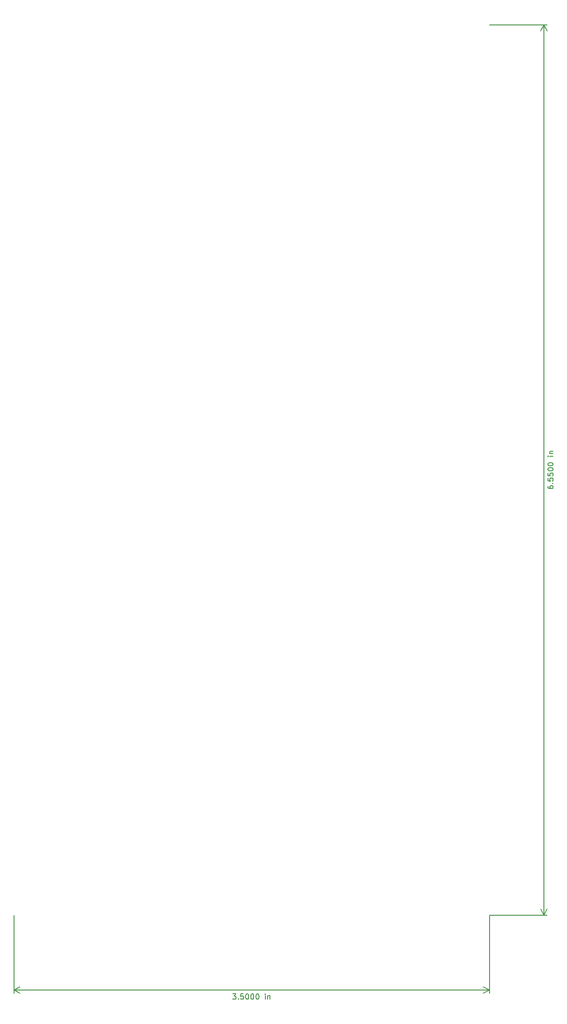
<source format=gbr>
G04 #@! TF.GenerationSoftware,KiCad,Pcbnew,(5.1.10-1-10_14)*
G04 #@! TF.CreationDate,2021-11-12T14:31:54-05:00*
G04 #@! TF.ProjectId,Guitar_Amp,47756974-6172-45f4-916d-702e6b696361,rev?*
G04 #@! TF.SameCoordinates,Original*
G04 #@! TF.FileFunction,OtherDrawing,Comment*
%FSLAX46Y46*%
G04 Gerber Fmt 4.6, Leading zero omitted, Abs format (unit mm)*
G04 Created by KiCad (PCBNEW (5.1.10-1-10_14)) date 2021-11-12 14:31:54*
%MOMM*%
%LPD*%
G01*
G04 APERTURE LIST*
%ADD10C,0.150000*%
G04 APERTURE END LIST*
D10*
X92972380Y-236972380D02*
X93591428Y-236972380D01*
X93258095Y-237353333D01*
X93400952Y-237353333D01*
X93496190Y-237400952D01*
X93543809Y-237448571D01*
X93591428Y-237543809D01*
X93591428Y-237781904D01*
X93543809Y-237877142D01*
X93496190Y-237924761D01*
X93400952Y-237972380D01*
X93115238Y-237972380D01*
X93020000Y-237924761D01*
X92972380Y-237877142D01*
X94020000Y-237877142D02*
X94067619Y-237924761D01*
X94020000Y-237972380D01*
X93972380Y-237924761D01*
X94020000Y-237877142D01*
X94020000Y-237972380D01*
X94972380Y-236972380D02*
X94496190Y-236972380D01*
X94448571Y-237448571D01*
X94496190Y-237400952D01*
X94591428Y-237353333D01*
X94829523Y-237353333D01*
X94924761Y-237400952D01*
X94972380Y-237448571D01*
X95020000Y-237543809D01*
X95020000Y-237781904D01*
X94972380Y-237877142D01*
X94924761Y-237924761D01*
X94829523Y-237972380D01*
X94591428Y-237972380D01*
X94496190Y-237924761D01*
X94448571Y-237877142D01*
X95639047Y-236972380D02*
X95734285Y-236972380D01*
X95829523Y-237020000D01*
X95877142Y-237067619D01*
X95924761Y-237162857D01*
X95972380Y-237353333D01*
X95972380Y-237591428D01*
X95924761Y-237781904D01*
X95877142Y-237877142D01*
X95829523Y-237924761D01*
X95734285Y-237972380D01*
X95639047Y-237972380D01*
X95543809Y-237924761D01*
X95496190Y-237877142D01*
X95448571Y-237781904D01*
X95400952Y-237591428D01*
X95400952Y-237353333D01*
X95448571Y-237162857D01*
X95496190Y-237067619D01*
X95543809Y-237020000D01*
X95639047Y-236972380D01*
X96591428Y-236972380D02*
X96686666Y-236972380D01*
X96781904Y-237020000D01*
X96829523Y-237067619D01*
X96877142Y-237162857D01*
X96924761Y-237353333D01*
X96924761Y-237591428D01*
X96877142Y-237781904D01*
X96829523Y-237877142D01*
X96781904Y-237924761D01*
X96686666Y-237972380D01*
X96591428Y-237972380D01*
X96496190Y-237924761D01*
X96448571Y-237877142D01*
X96400952Y-237781904D01*
X96353333Y-237591428D01*
X96353333Y-237353333D01*
X96400952Y-237162857D01*
X96448571Y-237067619D01*
X96496190Y-237020000D01*
X96591428Y-236972380D01*
X97543809Y-236972380D02*
X97639047Y-236972380D01*
X97734285Y-237020000D01*
X97781904Y-237067619D01*
X97829523Y-237162857D01*
X97877142Y-237353333D01*
X97877142Y-237591428D01*
X97829523Y-237781904D01*
X97781904Y-237877142D01*
X97734285Y-237924761D01*
X97639047Y-237972380D01*
X97543809Y-237972380D01*
X97448571Y-237924761D01*
X97400952Y-237877142D01*
X97353333Y-237781904D01*
X97305714Y-237591428D01*
X97305714Y-237353333D01*
X97353333Y-237162857D01*
X97400952Y-237067619D01*
X97448571Y-237020000D01*
X97543809Y-236972380D01*
X99067619Y-237972380D02*
X99067619Y-237305714D01*
X99067619Y-236972380D02*
X99020000Y-237020000D01*
X99067619Y-237067619D01*
X99115238Y-237020000D01*
X99067619Y-236972380D01*
X99067619Y-237067619D01*
X99543809Y-237305714D02*
X99543809Y-237972380D01*
X99543809Y-237400952D02*
X99591428Y-237353333D01*
X99686666Y-237305714D01*
X99829523Y-237305714D01*
X99924761Y-237353333D01*
X99972380Y-237448571D01*
X99972380Y-237972380D01*
X52070000Y-236220000D02*
X140970000Y-236220000D01*
X52070000Y-222250000D02*
X52070000Y-236806421D01*
X140970000Y-222250000D02*
X140970000Y-236806421D01*
X140970000Y-236220000D02*
X139843496Y-236806421D01*
X140970000Y-236220000D02*
X139843496Y-235633579D01*
X52070000Y-236220000D02*
X53196504Y-236806421D01*
X52070000Y-236220000D02*
X53196504Y-235633579D01*
X151882380Y-142088809D02*
X151882380Y-142279285D01*
X151930000Y-142374523D01*
X151977619Y-142422142D01*
X152120476Y-142517380D01*
X152310952Y-142565000D01*
X152691904Y-142565000D01*
X152787142Y-142517380D01*
X152834761Y-142469761D01*
X152882380Y-142374523D01*
X152882380Y-142184047D01*
X152834761Y-142088809D01*
X152787142Y-142041190D01*
X152691904Y-141993571D01*
X152453809Y-141993571D01*
X152358571Y-142041190D01*
X152310952Y-142088809D01*
X152263333Y-142184047D01*
X152263333Y-142374523D01*
X152310952Y-142469761D01*
X152358571Y-142517380D01*
X152453809Y-142565000D01*
X152787142Y-141565000D02*
X152834761Y-141517380D01*
X152882380Y-141565000D01*
X152834761Y-141612619D01*
X152787142Y-141565000D01*
X152882380Y-141565000D01*
X151882380Y-140612619D02*
X151882380Y-141088809D01*
X152358571Y-141136428D01*
X152310952Y-141088809D01*
X152263333Y-140993571D01*
X152263333Y-140755476D01*
X152310952Y-140660238D01*
X152358571Y-140612619D01*
X152453809Y-140565000D01*
X152691904Y-140565000D01*
X152787142Y-140612619D01*
X152834761Y-140660238D01*
X152882380Y-140755476D01*
X152882380Y-140993571D01*
X152834761Y-141088809D01*
X152787142Y-141136428D01*
X151882380Y-139660238D02*
X151882380Y-140136428D01*
X152358571Y-140184047D01*
X152310952Y-140136428D01*
X152263333Y-140041190D01*
X152263333Y-139803095D01*
X152310952Y-139707857D01*
X152358571Y-139660238D01*
X152453809Y-139612619D01*
X152691904Y-139612619D01*
X152787142Y-139660238D01*
X152834761Y-139707857D01*
X152882380Y-139803095D01*
X152882380Y-140041190D01*
X152834761Y-140136428D01*
X152787142Y-140184047D01*
X151882380Y-138993571D02*
X151882380Y-138898333D01*
X151930000Y-138803095D01*
X151977619Y-138755476D01*
X152072857Y-138707857D01*
X152263333Y-138660238D01*
X152501428Y-138660238D01*
X152691904Y-138707857D01*
X152787142Y-138755476D01*
X152834761Y-138803095D01*
X152882380Y-138898333D01*
X152882380Y-138993571D01*
X152834761Y-139088809D01*
X152787142Y-139136428D01*
X152691904Y-139184047D01*
X152501428Y-139231666D01*
X152263333Y-139231666D01*
X152072857Y-139184047D01*
X151977619Y-139136428D01*
X151930000Y-139088809D01*
X151882380Y-138993571D01*
X151882380Y-138041190D02*
X151882380Y-137945952D01*
X151930000Y-137850714D01*
X151977619Y-137803095D01*
X152072857Y-137755476D01*
X152263333Y-137707857D01*
X152501428Y-137707857D01*
X152691904Y-137755476D01*
X152787142Y-137803095D01*
X152834761Y-137850714D01*
X152882380Y-137945952D01*
X152882380Y-138041190D01*
X152834761Y-138136428D01*
X152787142Y-138184047D01*
X152691904Y-138231666D01*
X152501428Y-138279285D01*
X152263333Y-138279285D01*
X152072857Y-138231666D01*
X151977619Y-138184047D01*
X151930000Y-138136428D01*
X151882380Y-138041190D01*
X152882380Y-136517380D02*
X152215714Y-136517380D01*
X151882380Y-136517380D02*
X151930000Y-136565000D01*
X151977619Y-136517380D01*
X151930000Y-136469761D01*
X151882380Y-136517380D01*
X151977619Y-136517380D01*
X152215714Y-136041190D02*
X152882380Y-136041190D01*
X152310952Y-136041190D02*
X152263333Y-135993571D01*
X152215714Y-135898333D01*
X152215714Y-135755476D01*
X152263333Y-135660238D01*
X152358571Y-135612619D01*
X152882380Y-135612619D01*
X151130000Y-222250000D02*
X151130000Y-55880000D01*
X140970000Y-222250000D02*
X151716421Y-222250000D01*
X140970000Y-55880000D02*
X151716421Y-55880000D01*
X151130000Y-55880000D02*
X151716421Y-57006504D01*
X151130000Y-55880000D02*
X150543579Y-57006504D01*
X151130000Y-222250000D02*
X151716421Y-221123496D01*
X151130000Y-222250000D02*
X150543579Y-221123496D01*
M02*

</source>
